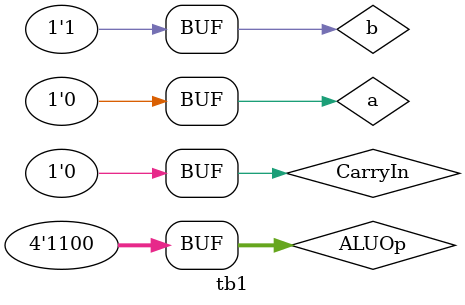
<source format=v>
module tb1
(
);
reg a;
reg b;
reg CarryIn;
reg [3:0] ALUOp;
wire CarryOut;
wire Result;

ALU_1_bit alu
(
.a(a),
.b(b),
.CarryIn(CarryIn),
.ALUOp(ALUOp),
.CarryOut(CarryOut),
.Result(Result)
);

initial 
begin
  a = 1'b1;
  b = 1'b0;
  CarryIn = 1'b0;
  ALUOp = 4'b0000;
  
  #10 a = 1'b1;
  #10 b = 1'b0;
  #10 CarryIn = 1'b0;
  #10 ALUOp = 4'b0001;  
  
  #10 a = 1'b1;
  #10 b = 1'b0;
  #10 CarryIn = 1'b0;
  #10 ALUOp = 4'b0010; 
  
  #10 a = 1'b1;
  #10 b = 1'b0;
  #10 CarryIn = 1'b1;
  #10 ALUOp = 4'b0110; 
  
  #10 a = 1'b1;
  #10 b = 1'b0;
  #10 CarryIn = 1'b0;
  #10 ALUOp = 4'b1100; 
  
  #10 a = 1'b1;
  #10 b = 1'b1;
  #10 CarryIn = 1'b0;
  #10 ALUOp = 4'b0000;
  
  
  #10 a = 1'b1;
  #10 b = 1'b1;
  #10 CarryIn = 1'b0;
  #10 ALUOp = 4'b0001;  
  
  #10 a = 1'b1;
  #10 b = 1'b1;
  #10 CarryIn = 1'b0;
  #10 ALUOp = 4'b0010; 
  
  #10 a = 1'b1;
  #10 b = 1'b1;
  #10 CarryIn = 1'b1;
  #10 ALUOp = 4'b0110; 
  
  #10 a = 1'b1;
  #10 b = 1'b1;
  #10 CarryIn = 1'b0;
  #10 ALUOp = 4'b1100; 
  
  #10 a = 1'b0;
  #10 b = 1'b1;
  #10 CarryIn = 1'b0;
  #10 ALUOp = 4'b0000;
  
  
  #10 a = 1'b0;
  #10 b = 1'b1;
  #10 CarryIn = 1'b0;
  #10 ALUOp = 4'b0001;  
  
  #10 a = 1'b0;
  #10 b = 1'b1;
  #10 CarryIn = 1'b0;
  #10 ALUOp = 4'b0010; 
  
  #10 a = 1'b0;
  #10 b = 1'b1;
  #10 CarryIn = 1'b1;
  #10 ALUOp = 4'b0110; 
  
  #10 a = 1'b0;
  #10 b = 1'b1;
  #10 CarryIn = 1'b0;
  #10 ALUOp = 4'b1100; 
  
end

endmodule

</source>
